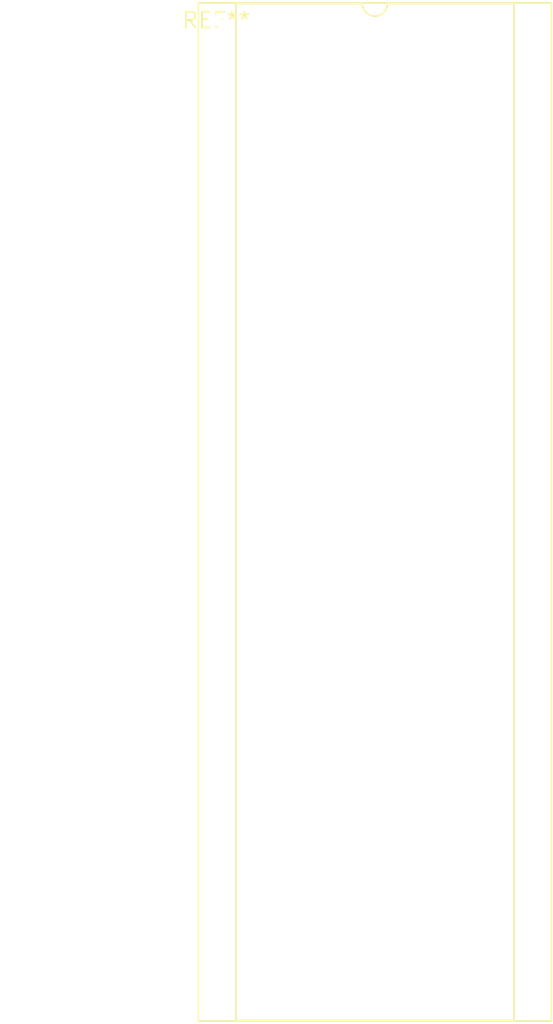
<source format=kicad_pcb>
(kicad_pcb (version 20240108) (generator pcbnew)
  (layers (0 "F.Cu" signal) (31 "B.Cu" signal) (34 "B.Paste" user) (35 "F.Paste" user) (36 "B.SilkS" user "B.Silkscreen") (37 "F.SilkS" user "F.Silkscreen") (38 "B.Mask" user) (39 "F.Mask" user) (44 "Edge.Cuts" user))
  (net 0 "")
  (footprint "DIP-64_W25.4mm_Socket_LongPads" (layer "F.Cu") (at 0 0)
    (property "Reference" "REF**")
    (property "Value" "DIP-64_W25.4mm_Socket_LongPads")
    (fp_line (start -1.44 -1.39) (end -1.44 80.13) (layer "F.SilkS") (stroke (width 0.12)))
    (fp_line (start -1.44 80.13) (end 26.84 80.13) (layer "F.SilkS") (stroke (width 0.12)))
    (fp_line (start 1.56 -1.33) (end 1.56 80.07) (layer "F.SilkS") (stroke (width 0.12)))
    (fp_line (start 1.56 80.07) (end 23.84 80.07) (layer "F.SilkS") (stroke (width 0.12)))
    (fp_line (start 11.7 -1.33) (end 1.56 -1.33) (layer "F.SilkS") (stroke (width 0.12)))
    (fp_line (start 23.84 -1.33) (end 13.7 -1.33) (layer "F.SilkS") (stroke (width 0.12)))
    (fp_line (start 23.84 80.07) (end 23.84 -1.33) (layer "F.SilkS") (stroke (width 0.12)))
    (fp_line (start 26.84 -1.39) (end -1.44 -1.39) (layer "F.SilkS") (stroke (width 0.12)))
    (fp_line (start 26.84 80.13) (end 26.84 -1.39) (layer "F.SilkS") (stroke (width 0.12)))
    (fp_arc (start 13.7 -1.33) (mid 12.7 -0.33) (end 11.7 -1.33) (layer "F.SilkS") (stroke (width 0.12)))
    (pad "1" thru_hole rect (at 0 0) (size 2.4 1.6) (drill 0.8) (layers *.Cu *.Mask) (remove_unused_layers))
    (pad "2" thru_hole oval (at 0 2.54) (size 2.4 1.6) (drill 0.8) (layers *.Cu *.Mask) (remove_unused_layers))
    (pad "3" thru_hole oval (at 0 5.08) (size 2.4 1.6) (drill 0.8) (layers *.Cu *.Mask) (remove_unused_layers))
    (pad "4" thru_hole oval (at 0 7.62) (size 2.4 1.6) (drill 0.8) (layers *.Cu *.Mask) (remove_unused_layers))
    (pad "5" thru_hole oval (at 0 10.16) (size 2.4 1.6) (drill 0.8) (layers *.Cu *.Mask) (remove_unused_layers))
    (pad "6" thru_hole oval (at 0 12.7) (size 2.4 1.6) (drill 0.8) (layers *.Cu *.Mask) (remove_unused_layers))
    (pad "7" thru_hole oval (at 0 15.24) (size 2.4 1.6) (drill 0.8) (layers *.Cu *.Mask) (remove_unused_layers))
    (pad "8" thru_hole oval (at 0 17.78) (size 2.4 1.6) (drill 0.8) (layers *.Cu *.Mask) (remove_unused_layers))
    (pad "9" thru_hole oval (at 0 20.32) (size 2.4 1.6) (drill 0.8) (layers *.Cu *.Mask) (remove_unused_layers))
    (pad "10" thru_hole oval (at 0 22.86) (size 2.4 1.6) (drill 0.8) (layers *.Cu *.Mask) (remove_unused_layers))
    (pad "11" thru_hole oval (at 0 25.4) (size 2.4 1.6) (drill 0.8) (layers *.Cu *.Mask) (remove_unused_layers))
    (pad "12" thru_hole oval (at 0 27.94) (size 2.4 1.6) (drill 0.8) (layers *.Cu *.Mask) (remove_unused_layers))
    (pad "13" thru_hole oval (at 0 30.48) (size 2.4 1.6) (drill 0.8) (layers *.Cu *.Mask) (remove_unused_layers))
    (pad "14" thru_hole oval (at 0 33.02) (size 2.4 1.6) (drill 0.8) (layers *.Cu *.Mask) (remove_unused_layers))
    (pad "15" thru_hole oval (at 0 35.56) (size 2.4 1.6) (drill 0.8) (layers *.Cu *.Mask) (remove_unused_layers))
    (pad "16" thru_hole oval (at 0 38.1) (size 2.4 1.6) (drill 0.8) (layers *.Cu *.Mask) (remove_unused_layers))
    (pad "17" thru_hole oval (at 0 40.64) (size 2.4 1.6) (drill 0.8) (layers *.Cu *.Mask) (remove_unused_layers))
    (pad "18" thru_hole oval (at 0 43.18) (size 2.4 1.6) (drill 0.8) (layers *.Cu *.Mask) (remove_unused_layers))
    (pad "19" thru_hole oval (at 0 45.72) (size 2.4 1.6) (drill 0.8) (layers *.Cu *.Mask) (remove_unused_layers))
    (pad "20" thru_hole oval (at 0 48.26) (size 2.4 1.6) (drill 0.8) (layers *.Cu *.Mask) (remove_unused_layers))
    (pad "21" thru_hole oval (at 0 50.8) (size 2.4 1.6) (drill 0.8) (layers *.Cu *.Mask) (remove_unused_layers))
    (pad "22" thru_hole oval (at 0 53.34) (size 2.4 1.6) (drill 0.8) (layers *.Cu *.Mask) (remove_unused_layers))
    (pad "23" thru_hole oval (at 0 55.88) (size 2.4 1.6) (drill 0.8) (layers *.Cu *.Mask) (remove_unused_layers))
    (pad "24" thru_hole oval (at 0 58.42) (size 2.4 1.6) (drill 0.8) (layers *.Cu *.Mask) (remove_unused_layers))
    (pad "25" thru_hole oval (at 0 60.96) (size 2.4 1.6) (drill 0.8) (layers *.Cu *.Mask) (remove_unused_layers))
    (pad "26" thru_hole oval (at 0 63.5) (size 2.4 1.6) (drill 0.8) (layers *.Cu *.Mask) (remove_unused_layers))
    (pad "27" thru_hole oval (at 0 66.04) (size 2.4 1.6) (drill 0.8) (layers *.Cu *.Mask) (remove_unused_layers))
    (pad "28" thru_hole oval (at 0 68.58) (size 2.4 1.6) (drill 0.8) (layers *.Cu *.Mask) (remove_unused_layers))
    (pad "29" thru_hole oval (at 0 71.12) (size 2.4 1.6) (drill 0.8) (layers *.Cu *.Mask) (remove_unused_layers))
    (pad "30" thru_hole oval (at 0 73.66) (size 2.4 1.6) (drill 0.8) (layers *.Cu *.Mask) (remove_unused_layers))
    (pad "31" thru_hole oval (at 0 76.2) (size 2.4 1.6) (drill 0.8) (layers *.Cu *.Mask) (remove_unused_layers))
    (pad "32" thru_hole oval (at 0 78.74) (size 2.4 1.6) (drill 0.8) (layers *.Cu *.Mask) (remove_unused_layers))
    (pad "33" thru_hole oval (at 25.4 78.74) (size 2.4 1.6) (drill 0.8) (layers *.Cu *.Mask) (remove_unused_layers))
    (pad "34" thru_hole oval (at 25.4 76.2) (size 2.4 1.6) (drill 0.8) (layers *.Cu *.Mask) (remove_unused_layers))
    (pad "35" thru_hole oval (at 25.4 73.66) (size 2.4 1.6) (drill 0.8) (layers *.Cu *.Mask) (remove_unused_layers))
    (pad "36" thru_hole oval (at 25.4 71.12) (size 2.4 1.6) (drill 0.8) (layers *.Cu *.Mask) (remove_unused_layers))
    (pad "37" thru_hole oval (at 25.4 68.58) (size 2.4 1.6) (drill 0.8) (layers *.Cu *.Mask) (remove_unused_layers))
    (pad "38" thru_hole oval (at 25.4 66.04) (size 2.4 1.6) (drill 0.8) (layers *.Cu *.Mask) (remove_unused_layers))
    (pad "39" thru_hole oval (at 25.4 63.5) (size 2.4 1.6) (drill 0.8) (layers *.Cu *.Mask) (remove_unused_layers))
    (pad "40" thru_hole oval (at 25.4 60.96) (size 2.4 1.6) (drill 0.8) (layers *.Cu *.Mask) (remove_unused_layers))
    (pad "41" thru_hole oval (at 25.4 58.42) (size 2.4 1.6) (drill 0.8) (layers *.Cu *.Mask) (remove_unused_layers))
    (pad "42" thru_hole oval (at 25.4 55.88) (size 2.4 1.6) (drill 0.8) (layers *.Cu *.Mask) (remove_unused_layers))
    (pad "43" thru_hole oval (at 25.4 53.34) (size 2.4 1.6) (drill 0.8) (layers *.Cu *.Mask) (remove_unused_layers))
    (pad "44" thru_hole oval (at 25.4 50.8) (size 2.4 1.6) (drill 0.8) (layers *.Cu *.Mask) (remove_unused_layers))
    (pad "45" thru_hole oval (at 25.4 48.26) (size 2.4 1.6) (drill 0.8) (layers *.Cu *.Mask) (remove_unused_layers))
    (pad "46" thru_hole oval (at 25.4 45.72) (size 2.4 1.6) (drill 0.8) (layers *.Cu *.Mask) (remove_unused_layers))
    (pad "47" thru_hole oval (at 25.4 43.18) (size 2.4 1.6) (drill 0.8) (layers *.Cu *.Mask) (remove_unused_layers))
    (pad "48" thru_hole oval (at 25.4 40.64) (size 2.4 1.6) (drill 0.8) (layers *.Cu *.Mask) (remove_unused_layers))
    (pad "49" thru_hole oval (at 25.4 38.1) (size 2.4 1.6) (drill 0.8) (layers *.Cu *.Mask) (remove_unused_layers))
    (pad "50" thru_hole oval (at 25.4 35.56) (size 2.4 1.6) (drill 0.8) (layers *.Cu *.Mask) (remove_unused_layers))
    (pad "51" thru_hole oval (at 25.4 33.02) (size 2.4 1.6) (drill 0.8) (layers *.Cu *.Mask) (remove_unused_layers))
    (pad "52" thru_hole oval (at 25.4 30.48) (size 2.4 1.6) (drill 0.8) (layers *.Cu *.Mask) (remove_unused_layers))
    (pad "53" thru_hole oval (at 25.4 27.94) (size 2.4 1.6) (drill 0.8) (layers *.Cu *.Mask) (remove_unused_layers))
    (pad "54" thru_hole oval (at 25.4 25.4) (size 2.4 1.6) (drill 0.8) (layers *.Cu *.Mask) (remove_unused_layers))
    (pad "55" thru_hole oval (at 25.4 22.86) (size 2.4 1.6) (drill 0.8) (layers *.Cu *.Mask) (remove_unused_layers))
    (pad "56" thru_hole oval (at 25.4 20.32) (size 2.4 1.6) (drill 0.8) (layers *.Cu *.Mask) (remove_unused_layers))
    (pad "57" thru_hole oval (at 25.4 17.78) (size 2.4 1.6) (drill 0.8) (layers *.Cu *.Mask) (remove_unused_layers))
    (pad "58" thru_hole oval (at 25.4 15.24) (size 2.4 1.6) (drill 0.8) (layers *.Cu *.Mask) (remove_unused_layers))
    (pad "59" thru_hole oval (at 25.4 12.7) (size 2.4 1.6) (drill 0.8) (layers *.Cu *.Mask) (remove_unused_layers))
    (pad "60" thru_hole oval (at 25.4 10.16) (size 2.4 1.6) (drill 0.8) (layers *.Cu *.Mask) (remove_unused_layers))
    (pad "61" thru_hole oval (at 25.4 7.62) (size 2.4 1.6) (drill 0.8) (layers *.Cu *.Mask) (remove_unused_layers))
    (pad "62" thru_hole oval (at 25.4 5.08) (size 2.4 1.6) (drill 0.8) (layers *.Cu *.Mask) (remove_unused_layers))
    (pad "63" thru_hole oval (at 25.4 2.54) (size 2.4 1.6) (drill 0.8) (layers *.Cu *.Mask) (remove_unused_layers))
    (pad "64" thru_hole oval (at 25.4 0) (size 2.4 1.6) (drill 0.8) (layers *.Cu *.Mask) (remove_unused_layers))
  )
)
</source>
